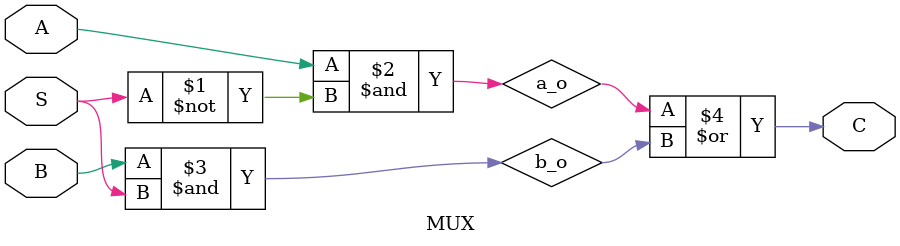
<source format=v>
`timescale 1ns / 1ps


module MUX(
    input A,
    input B,
    input S,
    output C
    );
    
    wire a_o, b_o;
    
    assign a_o = A & (~S);
    assign b_o = B & S;
    assign C = a_o | b_o;
    
    
endmodule

</source>
